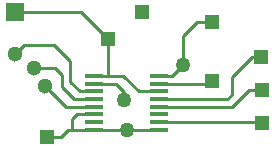
<source format=gtl>
%FSLAX43Y43*%
%MOMM*%
G71*
G01*
G75*
G04 Layer_Physical_Order=1*
%ADD10R,1.650X0.300*%
%ADD11C,0.254*%
%ADD12R,1.300X1.300*%
%ADD13C,1.300*%
%ADD14R,1.500X1.500*%
%ADD15C,1.270*%
D10*
X8050Y6525D02*
D03*
Y5875D02*
D03*
Y5225D02*
D03*
Y4575D02*
D03*
Y3925D02*
D03*
Y3275D02*
D03*
Y2625D02*
D03*
Y1975D02*
D03*
X13600Y6525D02*
D03*
Y5875D02*
D03*
Y5225D02*
D03*
Y4575D02*
D03*
Y3925D02*
D03*
Y3275D02*
D03*
Y2625D02*
D03*
Y1975D02*
D03*
D11*
X14650Y6525D02*
X15600Y7475D01*
X16800Y11075D02*
X18100D01*
X13600Y6525D02*
X14650D01*
X5900Y1975D02*
X13600D01*
X6600Y3275D02*
X8050D01*
X6175Y1975D02*
Y2850D01*
X4075Y1375D02*
X5300D01*
X15600Y7475D02*
Y9875D01*
X16800Y11075D01*
X13600Y5875D02*
X17900D01*
X18100Y6075D01*
X19725Y6425D02*
X21450Y8150D01*
X22250D01*
X13600Y4575D02*
X19350D01*
X19725Y4950D01*
Y6425D01*
X19800Y3925D02*
X21200Y5325D01*
X13600Y3925D02*
X19800D01*
X21200Y5325D02*
X22275D01*
X13600Y2625D02*
X22175D01*
X22275Y2525D01*
X10550Y6525D02*
X11850Y5225D01*
X7000Y11925D02*
X9275Y9650D01*
X1425Y11925D02*
X7000D01*
X11850Y5225D02*
X13600D01*
X9275Y6525D02*
Y9650D01*
X8050Y6525D02*
X10550D01*
X9900Y5875D02*
X10625Y5150D01*
X8050Y5875D02*
X9900D01*
X10625Y4500D02*
Y5150D01*
X6075Y6050D02*
X6900Y5225D01*
X6075Y6050D02*
Y7750D01*
X4700Y9125D02*
X6075Y7750D01*
X2150Y9125D02*
X4700D01*
X1375Y8350D02*
X2150Y9125D01*
X6900Y5225D02*
X8050D01*
X4800Y7200D02*
X5400Y6600D01*
Y5600D02*
Y6600D01*
Y5600D02*
X6425Y4575D01*
X3025Y7200D02*
X4800D01*
X6425Y4575D02*
X8050D01*
X3900Y5700D02*
X5675Y3925D01*
X8050D01*
X5300Y1375D02*
X5900Y1975D01*
X6175Y2850D02*
X6600Y3275D01*
D12*
X4075Y1375D02*
D03*
X22275Y2525D02*
D03*
Y5325D02*
D03*
X22250Y8150D02*
D03*
X18100Y6075D02*
D03*
X9275Y9650D02*
D03*
X18100Y11075D02*
D03*
X12100Y11975D02*
D03*
D13*
X3900Y5700D02*
D03*
X3025Y7200D02*
D03*
X1375Y8350D02*
D03*
D14*
X1425Y11925D02*
D03*
D15*
X15600Y7450D02*
D03*
X10900Y1975D02*
D03*
X10625Y4500D02*
D03*
M02*

</source>
